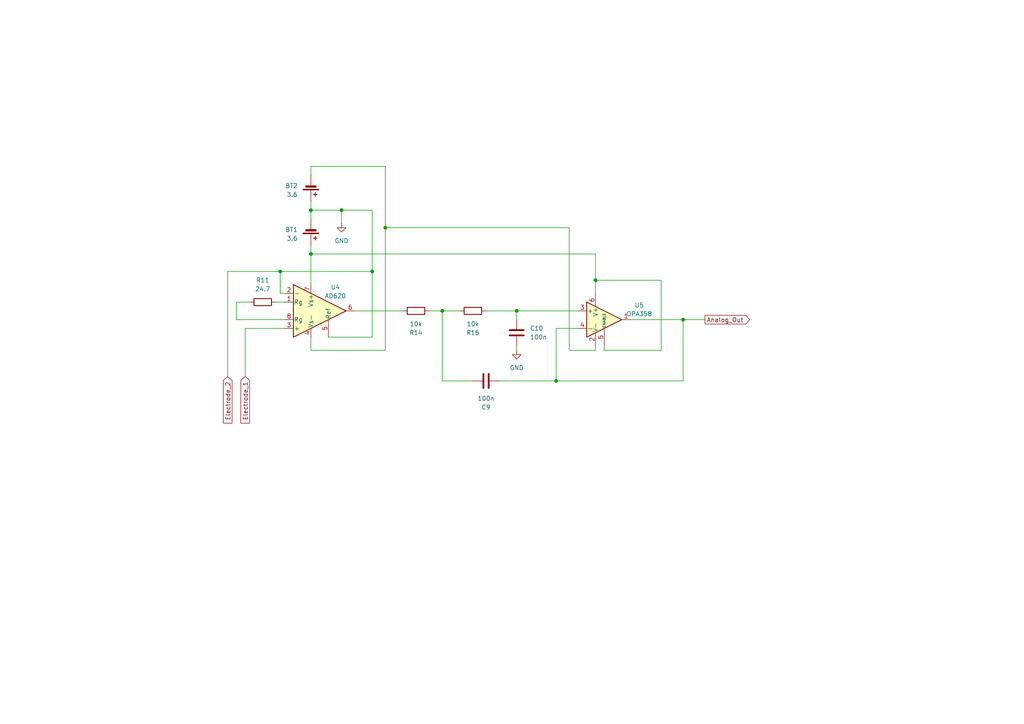
<source format=kicad_sch>
(kicad_sch (version 20231120) (generator "eeschema") (generator_version "8.0")
  (paper "A4")
  (lib_symbols
    (symbol "Amplifier_Instrumentation:AD620" (pin_names (offset 0.127))
      (property "Reference" "U" (at 3.81 7.62 0))
      (property "Value" "AD620" (at 5.08 5.08 0))
      (symbol "AD620_0_1"
        (polyline (pts (xy -7.62 7.62) (xy -7.62 -7.62) (xy 7.62 0) (xy -7.62 7.62)) (stroke (width 0.254)) (fill (type background)))
      )
      (symbol "AD620_1_1"
        (pin passive line (at -10.16 2.54 0) (length 2.54) (name "Rg") (number "1"))
        (pin input line (at -10.16 5.08 0) (length 2.54) (name "-") (number "2"))
        (pin input line (at -10.16 -5.08 0) (length 2.54) (name "+") (number "3"))
        (pin power_in line (at -2.54 -7.62 90) (length 2.54) (name "Vs-") (number "4"))
        (pin passive line (at 2.54 -7.62 90) (length 5.08) (name "Ref") (number "5"))
        (pin output line (at 10.16 0 180) (length 2.54) (name "~") (number "6"))
        (pin power_in line (at -2.54 7.62 270) (length 2.54) (name "Vs+") (number "7"))
        (pin passive line (at -10.16 -2.54 0) (length 2.54) (name "Rg") (number "8"))
      )
    )
    (symbol "Device:Battery_Cell" (pin_numbers hide) (pin_names (offset 0) hide)
      (property "Reference" "BT" (at 2.54 2.54 0))
      (property "Value" "Battery_Cell" (at 2.54 0 0))
      (symbol "Battery_Cell_0_1"
        (rectangle (start -2.286 1.778) (end 2.286 1.524) (fill (type outline)))
        (rectangle (start -1.524 1.016) (end 1.524 0.508) (fill (type outline)))
        (polyline (pts (xy 0 0.762) (xy 0 0)))
        (polyline (pts (xy 0 1.778) (xy 0 2.54)))
        (polyline (pts (xy 0.762 3.048) (xy 1.778 3.048)) (stroke (width 0.254)))
        (polyline (pts (xy 1.27 3.556) (xy 1.27 2.54)) (stroke (width 0.254)))
      )
      (symbol "Battery_Cell_1_1"
        (pin passive line (at 0 5.08 270) (length 2.54) (name "+") (number "1"))
        (pin passive line (at 0 -2.54 90) (length 2.54) (name "-") (number "2"))
      )
    )
    (symbol "Device:C" (pin_numbers hide) (pin_names (offset 0.254))
      (property "Reference" "C" (at 0.635 2.54 0))
      (property "Value" "C" (at 0.635 -2.54 0))
      (symbol "C_0_1"
        (polyline (pts (xy -2.032 -0.762) (xy 2.032 -0.762)) (stroke (width 0.508)))
        (polyline (pts (xy -2.032 0.762) (xy 2.032 0.762)) (stroke (width 0.508)))
      )
      (symbol "C_1_1"
        (pin passive line (at 0 3.81 270) (length 2.794) (name "~") (number "1"))
        (pin passive line (at 0 -3.81 90) (length 2.794) (name "~") (number "2"))
      )
    )
    (symbol "Device:R" (pin_numbers hide) (pin_names (offset 0))
      (property "Reference" "R" (at 2.032 0 90))
      (property "Value" "R" (at 0 0 90))
      (symbol "R_0_1"
        (rectangle (start -1.016 -2.54) (end 1.016 2.54) (stroke (width 0.254)))
      )
      (symbol "R_1_1"
        (pin passive line (at 0 3.81 270) (length 1.27) (name "~") (number "1"))
        (pin passive line (at 0 -3.81 90) (length 1.27) (name "~") (number "2"))
      )
    )
    (symbol "OPA358:OPA358" (pin_names (offset 0.127))
      (property "Reference" "U" (at 3.81 3.81 0))
      (property "Value" "OPA358" (at 3.81 -3.81 0))
      (symbol "OPA358_0_1"
        (polyline (pts (xy -5.08 5.08) (xy 5.08 0) (xy -5.08 -5.08) (xy -5.08 5.08)) (stroke (width 0.254)) (fill (type background)))
      )
      (symbol "OPA358_1_1"
        (pin output line (at 7.62 0 180) (length 2.54) (name "~") (number "1"))
        (pin power_in line (at -2.54 -7.62 90) (length 3.81) (name "V-") (number "2"))
        (pin input line (at -7.62 2.54 0) (length 2.54) (name "+") (number "3"))
        (pin input line (at -7.62 -2.54 0) (length 2.54) (name "-") (number "4"))
        (pin input line (at 0 -7.62 90) (length 5.08) (name "ENABLE") (number "5"))
        (pin power_in line (at -2.54 7.62 270) (length 3.81) (name "V+") (number "6"))
      )
    )
    (symbol "power:GND" (power) (pin_numbers hide) (pin_names (offset 0) hide)
      (property "Value" "GND" (at 0 -3.81 0))
      (symbol "GND_0_1"
        (polyline (pts (xy 0 0) (xy 0 -1.27) (xy 1.27 -1.27) (xy 0 -2.54) (xy -1.27 -1.27) (xy 0 -1.27)))
      )
      (symbol "GND_1_1"
        (pin power_in line (at 0 0 270) (length 0) (name "~") (number "1"))
      )
    )
  )
  (junction (at 128.27 90.17))
  (junction (at 111.76 66.04))
  (junction (at 149.86 90.17))
  (junction (at 90.17 60.96))
  (junction (at 172.72 81.28))
  (junction (at 81.28 78.74))
  (junction (at 99.06 60.96))
  (junction (at 90.17 73.66))
  (junction (at 161.29 110.49))
  (junction (at 198.12 92.71))
  (junction (at 107.95 78.74))
  (wire (pts (xy 111.76 48.26) (xy 90.17 48.26)))
  (wire (pts (xy 149.86 100.33) (xy 149.86 101.6)))
  (wire (pts (xy 81.28 85.09) (xy 82.55 85.09)))
  (wire (pts (xy 165.1 101.6) (xy 165.1 66.04)))
  (wire (pts (xy 68.58 87.63) (xy 72.39 87.63)))
  (wire (pts (xy 111.76 48.26) (xy 111.76 66.04)))
  (wire (pts (xy 172.72 73.66) (xy 172.72 81.28)))
  (wire (pts (xy 128.27 90.17) (xy 133.35 90.17)))
  (wire (pts (xy 149.86 90.17) (xy 167.64 90.17)))
  (wire (pts (xy 90.17 101.6) (xy 111.76 101.6)))
  (wire (pts (xy 161.29 95.25) (xy 167.64 95.25)))
  (wire (pts (xy 172.72 81.28) (xy 191.77 81.28)))
  (wire (pts (xy 90.17 73.66) (xy 90.17 82.55)))
  (wire (pts (xy 191.77 101.6) (xy 175.26 101.6)))
  (wire (pts (xy 90.17 73.66) (xy 172.72 73.66)))
  (wire (pts (xy 95.25 97.79) (xy 107.95 97.79)))
  (wire (pts (xy 149.86 90.17) (xy 149.86 92.71)))
  (wire (pts (xy 81.28 78.74) (xy 81.28 85.09)))
  (wire (pts (xy 124.46 90.17) (xy 128.27 90.17)))
  (wire (pts (xy 172.72 101.6) (xy 172.72 100.33)))
  (wire (pts (xy 128.27 90.17) (xy 128.27 110.49)))
  (wire (pts (xy 144.78 110.49) (xy 161.29 110.49)))
  (wire (pts (xy 99.06 60.96) (xy 107.95 60.96)))
  (wire (pts (xy 111.76 66.04) (xy 111.76 101.6)))
  (wire (pts (xy 182.88 92.71) (xy 198.12 92.71)))
  (wire (pts (xy 172.72 101.6) (xy 165.1 101.6)))
  (wire (pts (xy 99.06 64.77) (xy 99.06 60.96)))
  (wire (pts (xy 68.58 87.63) (xy 68.58 92.71)))
  (wire (pts (xy 90.17 71.12) (xy 90.17 73.66)))
  (wire (pts (xy 140.97 90.17) (xy 149.86 90.17)))
  (wire (pts (xy 161.29 110.49) (xy 198.12 110.49)))
  (wire (pts (xy 107.95 60.96) (xy 107.95 78.74)))
  (wire (pts (xy 165.1 66.04) (xy 111.76 66.04)))
  (wire (pts (xy 128.27 110.49) (xy 137.16 110.49)))
  (wire (pts (xy 198.12 92.71) (xy 204.47 92.71)))
  (wire (pts (xy 102.87 90.17) (xy 116.84 90.17)))
  (wire (pts (xy 175.26 101.6) (xy 175.26 100.33)))
  (wire (pts (xy 82.55 95.25) (xy 71.12 95.25)))
  (wire (pts (xy 107.95 78.74) (xy 107.95 97.79)))
  (wire (pts (xy 81.28 78.74) (xy 66.04 78.74)))
  (wire (pts (xy 71.12 95.25) (xy 71.12 109.22)))
  (wire (pts (xy 90.17 48.26) (xy 90.17 50.8)))
  (wire (pts (xy 90.17 63.5) (xy 90.17 60.96)))
  (wire (pts (xy 80.01 87.63) (xy 82.55 87.63)))
  (wire (pts (xy 172.72 85.09) (xy 172.72 81.28)))
  (wire (pts (xy 66.04 78.74) (xy 66.04 109.22)))
  (wire (pts (xy 90.17 60.96) (xy 99.06 60.96)))
  (wire (pts (xy 191.77 81.28) (xy 191.77 101.6)))
  (wire (pts (xy 161.29 95.25) (xy 161.29 110.49)))
  (wire (pts (xy 90.17 58.42) (xy 90.17 60.96)))
  (wire (pts (xy 198.12 110.49) (xy 198.12 92.71)))
  (wire (pts (xy 81.28 78.74) (xy 107.95 78.74)))
  (wire (pts (xy 68.58 92.71) (xy 82.55 92.71)))
  (wire (pts (xy 90.17 97.79) (xy 90.17 101.6)))
  (global_label "Analog_Out" (shape output) (at 204.47 92.71 0) (property "Intersheetrefs" "${INTERSHEET_REFS}" (effects (hide yes))))
  (global_label "Electrode_2" (shape input) (at 66.04 109.22 270) (property "Intersheetrefs" "${INTERSHEET_REFS}" (effects (hide yes))))
  (global_label "Electrode_1" (shape input) (at 71.12 109.22 270) (property "Intersheetrefs" "${INTERSHEET_REFS}" (effects (hide yes))))
  (symbol (lib_id "Device:C") (at 149.86 96.52 0) (unit 1)
    (property "Reference" "C10" (at 153.67 95.2499 0) (effects (justify left)))
    (property "Value" "100n" (at 153.67 97.7899 0) (effects (justify left)))
    (property "Description" "Unpolarized capacitor" (effects (hide yes)))
  )
  (symbol (lib_id "OPA358:OPA358") (at 175.26 92.71 0) (unit 1)
    (property "Reference" "U5" (at 185.42 88.519 0))
    (property "Value" "OPA358" (at 185.42 91.059 0))
    (property "Footprint" "opa358-local:DCK6-M" (effects (hide yes)))
    (property "Datasheet" "http://www.ti.com/lit/ds/symlink/opa358.pdf" (effects (hide yes)))
    (property "Description" "3V Single-Supply80MHz High-Speed Op Amp, SC70" (effects (hide yes)))
  )
  (symbol (lib_id "power:GND") (at 99.06 64.77 0) (unit 1)
    (property "Reference" "#PWR021" (effects (hide yes)))
    (property "Value" "GND" (at 99.06 69.85 0))
    (property "Description" "Power symbol creates a global label with name \"GND\" , ground" (effects (hide yes)))
  )
  (symbol (lib_id "Device:R") (at 137.16 90.17 90) (mirror x) (unit 1)
    (property "Reference" "R15" (at 137.16 96.52 90))
    (property "Value" "10k" (at 137.16 93.98 90))
    (property "Description" "Resistor" (effects (hide yes)))
  )
  (symbol (lib_id "Device:R") (at 76.2 87.63 90) (unit 1)
    (property "Reference" "R11" (at 76.2 81.28 90))
    (property "Value" "24.7" (at 76.2 83.82 90))
    (property "Description" "Resistor" (effects (hide yes)))
  )
  (symbol (lib_id "Device:R") (at 120.65 90.17 90) (mirror x) (unit 1)
    (property "Reference" "R14" (at 120.65 96.52 90))
    (property "Value" "10k" (at 120.65 93.98 90))
    (property "Description" "Resistor" (effects (hide yes)))
  )
  (symbol (lib_id "power:GND") (at 149.86 101.6 0) (unit 1)
    (property "Reference" "#PWR022" (effects (hide yes)))
    (property "Value" "GND" (at 149.86 106.68 0))
    (property "Description" "Power symbol creates a global label with name \"GND\" , ground" (effects (hide yes)))
  )
  (symbol (lib_id "Device:Battery_Cell") (at 90.17 66.04 0) (mirror x) (unit 1)
    (property "Reference" "BT1" (at 86.36 66.6115 0) (effects (justify right)))
    (property "Value" "3.6" (at 86.36 69.1515 0) (effects (justify right)))
  )
  (symbol (lib_id "Device:Battery_Cell") (at 90.17 53.34 0) (mirror x) (unit 1)
    (property "Reference" "BT2" (at 86.36 53.9115 0) (effects (justify right)))
    (property "Value" "3.6" (at 86.36 56.4515 0) (effects (justify right)))
  )
  (symbol (lib_id "Amplifier_Instrumentation:AD620") (at 92.71 90.17 0) (unit 1)
    (property "Reference" "U4" (at 97.282 83.312 0))
    (property "Value" "AD620" (at 97.282 85.852 0))
    (property "Footprint" "ad620-local:R_8_ADI-M" (effects (hide yes)))
    (property "Datasheet" "https://www.analog.com/media/en/technical-documentation/data-sheets/AD620.pdf" (effects (hide yes)))
  )
  (symbol (lib_id "Device:C") (at 140.97 110.49 90) (mirror x) (unit 1)
    (property "Reference" "C9" (at 140.97 118.11 90))
    (property "Value" "100n" (at 140.97 115.57 90))
    (property "Description" "Unpolarized capacitor" (effects (hide yes)))
  )
)
</source>
